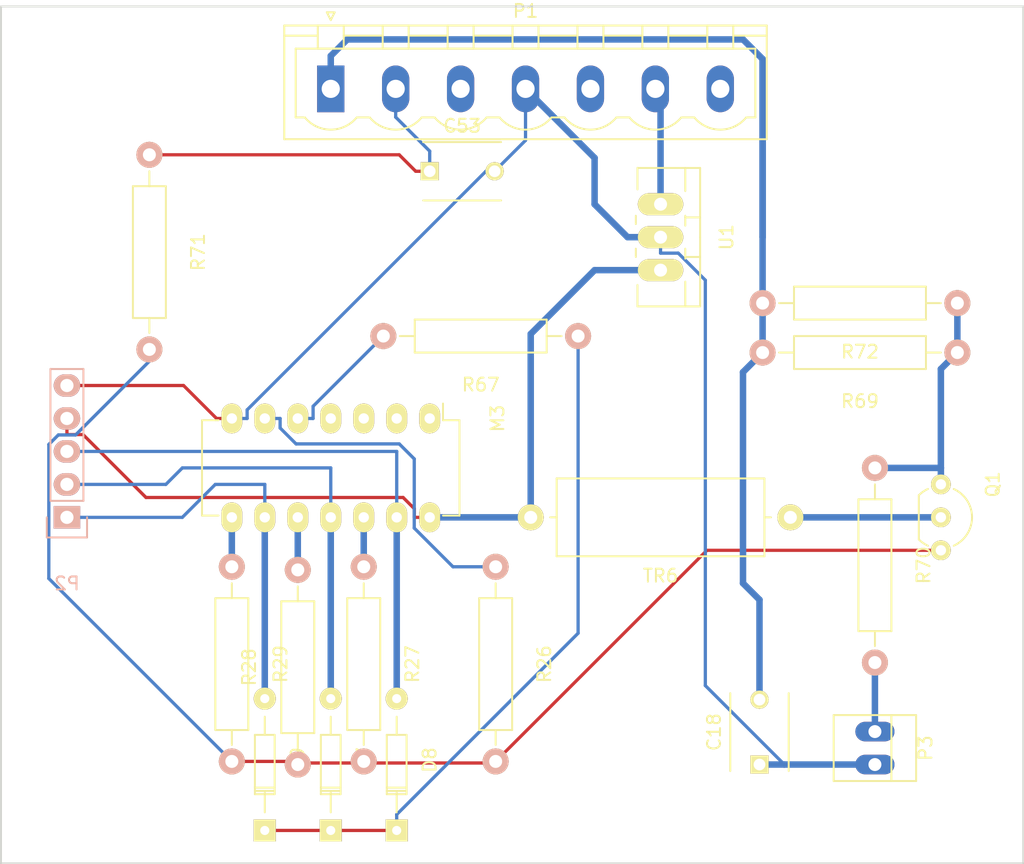
<source format=kicad_pcb>
(kicad_pcb (version 20171130) (host pcbnew "(5.1.12)-1")

  (general
    (thickness 1.6)
    (drawings 4)
    (tracks 112)
    (zones 0)
    (modules 21)
    (nets 22)
  )

  (page USLetter)
  (title_block
    (title "Minitel 1B output board")
  )

  (layers
    (0 F.Cu signal)
    (31 B.Cu signal)
    (32 B.Adhes user)
    (33 F.Adhes user hide)
    (34 B.Paste user)
    (35 F.Paste user)
    (36 B.SilkS user)
    (37 F.SilkS user)
    (38 B.Mask user)
    (39 F.Mask user)
    (40 Dwgs.User user)
    (41 Cmts.User user)
    (42 Eco1.User user)
    (43 Eco2.User user)
    (44 Edge.Cuts user)
    (45 Margin user)
    (46 B.CrtYd user)
    (47 F.CrtYd user)
    (48 B.Fab user)
    (49 F.Fab user)
  )

  (setup
    (last_trace_width 0.25)
    (user_trace_width 0.3)
    (user_trace_width 0.4)
    (user_trace_width 0.5)
    (user_trace_width 1)
    (trace_clearance 0.254)
    (zone_clearance 0.508)
    (zone_45_only no)
    (trace_min 0.2)
    (via_size 0.6)
    (via_drill 0.4)
    (via_min_size 0.4)
    (via_min_drill 0.3)
    (uvia_size 0.3)
    (uvia_drill 0.1)
    (uvias_allowed no)
    (uvia_min_size 0.2)
    (uvia_min_drill 0.1)
    (edge_width 0.15)
    (segment_width 0.2)
    (pcb_text_width 0.3)
    (pcb_text_size 1.5 1.5)
    (mod_edge_width 0.15)
    (mod_text_size 1 1)
    (mod_text_width 0.15)
    (pad_size 1.524 1.524)
    (pad_drill 0.762)
    (pad_to_mask_clearance 0.2)
    (aux_axis_origin 0 0)
    (visible_elements 7FFFFFFF)
    (pcbplotparams
      (layerselection 0x00030_80000001)
      (usegerberextensions false)
      (usegerberattributes true)
      (usegerberadvancedattributes true)
      (creategerberjobfile true)
      (excludeedgelayer true)
      (linewidth 0.100000)
      (plotframeref false)
      (viasonmask false)
      (mode 1)
      (useauxorigin false)
      (hpglpennumber 1)
      (hpglpenspeed 20)
      (hpglpendiameter 15.000000)
      (psnegative false)
      (psa4output false)
      (plotreference true)
      (plotvalue true)
      (plotinvisibletext false)
      (padsonsilk false)
      (subtractmaskfromsilk false)
      (outputformat 1)
      (mirror false)
      (drillshape 1)
      (scaleselection 1)
      (outputdirectory ""))
  )

  (net 0 "")
  (net 1 GND)
  (net 2 "Net-(C18-Pad2)")
  (net 3 "Net-(C53-Pad1)")
  (net 4 CH_GREEN)
  (net 5 "Net-(D7-Pad1)")
  (net 6 CH_RED)
  (net 7 CH_BLUE)
  (net 8 "Net-(M3-Pad5)")
  (net 9 "Net-(M3-Pad6)")
  (net 10 "Net-(M3-Pad8)")
  (net 11 "Net-(M3-Pad10)")
  (net 12 "Net-(M3-Pad12)")
  (net 13 +5V)
  (net 14 "Net-(P1-Pad3)")
  (net 15 "Net-(P1-Pad5)")
  (net 16 VIN)
  (net 17 "Net-(P1-Pad7)")
  (net 18 VIDEO_OUT)
  (net 19 "Net-(Q1-Pad2)")
  (net 20 "Net-(Q1-Pad3)")
  (net 21 "Net-(Q1-Pad1)")

  (net_class Default "This is the default net class."
    (clearance 0.254)
    (trace_width 0.25)
    (via_dia 0.6)
    (via_drill 0.4)
    (uvia_dia 0.3)
    (uvia_drill 0.1)
    (add_net +5V)
    (add_net CH_BLUE)
    (add_net CH_GREEN)
    (add_net CH_RED)
    (add_net GND)
    (add_net "Net-(C18-Pad2)")
    (add_net "Net-(C53-Pad1)")
    (add_net "Net-(D7-Pad1)")
    (add_net "Net-(M3-Pad10)")
    (add_net "Net-(M3-Pad12)")
    (add_net "Net-(M3-Pad5)")
    (add_net "Net-(M3-Pad6)")
    (add_net "Net-(M3-Pad8)")
    (add_net "Net-(P1-Pad3)")
    (add_net "Net-(P1-Pad5)")
    (add_net "Net-(P1-Pad7)")
    (add_net "Net-(Q1-Pad1)")
    (add_net "Net-(Q1-Pad2)")
    (add_net "Net-(Q1-Pad3)")
    (add_net VIDEO_OUT)
    (add_net VIN)
  )

  (module Capacitors_ThroughHole:C_Disc_D6_P5 (layer F.Cu) (tedit 0) (tstamp 58EE53D4)
    (at 102.87 133.35 90)
    (descr "Capacitor 6mm Disc, Pitch 5mm")
    (tags Capacitor)
    (path /58E7F7C0)
    (fp_text reference C18 (at 2.5 -3.5 90) (layer F.SilkS)
      (effects (font (size 1 1) (thickness 0.15)))
    )
    (fp_text value 100nF (at 2.5 3.5 90) (layer F.Fab)
      (effects (font (size 1 1) (thickness 0.15)))
    )
    (fp_line (start 5.5 2.25) (end -0.5 2.25) (layer F.SilkS) (width 0.15))
    (fp_line (start -0.5 -2.25) (end 5.5 -2.25) (layer F.SilkS) (width 0.15))
    (fp_line (start -0.95 2.5) (end -0.95 -2.5) (layer F.CrtYd) (width 0.05))
    (fp_line (start 5.95 2.5) (end -0.95 2.5) (layer F.CrtYd) (width 0.05))
    (fp_line (start 5.95 -2.5) (end 5.95 2.5) (layer F.CrtYd) (width 0.05))
    (fp_line (start -0.95 -2.5) (end 5.95 -2.5) (layer F.CrtYd) (width 0.05))
    (pad 1 thru_hole rect (at 0 0 90) (size 1.4 1.4) (drill 0.9) (layers *.Cu *.Mask F.SilkS)
      (net 1 GND))
    (pad 2 thru_hole circle (at 5 0 90) (size 1.4 1.4) (drill 0.9) (layers *.Cu *.Mask F.SilkS)
      (net 2 "Net-(C18-Pad2)"))
    (model Capacitors_ThroughHole.3dshapes/C_Disc_D6_P5.wrl
      (offset (xyz 2.500000042453766 0 0))
      (scale (xyz 1 1 1))
      (rotate (xyz 0 0 0))
    )
  )

  (module Capacitors_ThroughHole:C_Disc_D6_P5 (layer F.Cu) (tedit 0) (tstamp 58EE53DA)
    (at 77.47 87.63)
    (descr "Capacitor 6mm Disc, Pitch 5mm")
    (tags Capacitor)
    (path /58E7FB11)
    (fp_text reference C53 (at 2.5 -3.5) (layer F.SilkS)
      (effects (font (size 1 1) (thickness 0.15)))
    )
    (fp_text value 10nF (at 2.5 3.5) (layer F.Fab)
      (effects (font (size 1 1) (thickness 0.15)))
    )
    (fp_line (start 5.5 2.25) (end -0.5 2.25) (layer F.SilkS) (width 0.15))
    (fp_line (start -0.5 -2.25) (end 5.5 -2.25) (layer F.SilkS) (width 0.15))
    (fp_line (start -0.95 2.5) (end -0.95 -2.5) (layer F.CrtYd) (width 0.05))
    (fp_line (start 5.95 2.5) (end -0.95 2.5) (layer F.CrtYd) (width 0.05))
    (fp_line (start 5.95 -2.5) (end 5.95 2.5) (layer F.CrtYd) (width 0.05))
    (fp_line (start -0.95 -2.5) (end 5.95 -2.5) (layer F.CrtYd) (width 0.05))
    (pad 1 thru_hole rect (at 0 0) (size 1.4 1.4) (drill 0.9) (layers *.Cu *.Mask F.SilkS)
      (net 3 "Net-(C53-Pad1)"))
    (pad 2 thru_hole circle (at 5 0) (size 1.4 1.4) (drill 0.9) (layers *.Cu *.Mask F.SilkS)
      (net 1 GND))
    (model Capacitors_ThroughHole.3dshapes/C_Disc_D6_P5.wrl
      (offset (xyz 2.500000042453766 0 0))
      (scale (xyz 1 1 1))
      (rotate (xyz 0 0 0))
    )
  )

  (module Diodes_ThroughHole:Diode_DO-35_SOD27_Horizontal_RM10 (layer F.Cu) (tedit 552FFC30) (tstamp 58EE53E0)
    (at 69.85 138.43 90)
    (descr "Diode, DO-35,  SOD27, Horizontal, RM 10mm")
    (tags "Diode, DO-35, SOD27, Horizontal, RM 10mm, 1N4148,")
    (path /58E80CB2)
    (fp_text reference D7 (at 5.43052 2.53746 90) (layer F.SilkS)
      (effects (font (size 1 1) (thickness 0.15)))
    )
    (fp_text value 1N4148 (at 4.41452 -3.55854 90) (layer F.Fab)
      (effects (font (size 1 1) (thickness 0.15)))
    )
    (fp_line (start 2.79452 -0.76454) (end 2.79452 -0.00254) (layer F.SilkS) (width 0.15))
    (fp_line (start 7.36652 -0.76454) (end 2.79452 -0.76454) (layer F.SilkS) (width 0.15))
    (fp_line (start 7.36652 0.75946) (end 7.36652 -0.76454) (layer F.SilkS) (width 0.15))
    (fp_line (start 2.79452 0.75946) (end 7.36652 0.75946) (layer F.SilkS) (width 0.15))
    (fp_line (start 2.79452 -0.00254) (end 2.79452 0.75946) (layer F.SilkS) (width 0.15))
    (fp_line (start 3.04852 -0.76454) (end 3.04852 0.75946) (layer F.SilkS) (width 0.15))
    (fp_line (start 3.30252 -0.76454) (end 3.30252 0.75946) (layer F.SilkS) (width 0.15))
    (fp_line (start 2.92152 -0.00254) (end 1.39752 -0.00254) (layer F.SilkS) (width 0.15))
    (fp_line (start 7.36652 -0.00254) (end 8.76352 -0.00254) (layer F.SilkS) (width 0.15))
    (pad 2 thru_hole circle (at 10.16052 -0.00254 270) (size 1.69926 1.69926) (drill 0.70104) (layers *.Cu *.Mask F.SilkS)
      (net 4 CH_GREEN))
    (pad 1 thru_hole rect (at 0.00052 -0.00254 270) (size 1.69926 1.69926) (drill 0.70104) (layers *.Cu *.Mask F.SilkS)
      (net 5 "Net-(D7-Pad1)"))
    (model Diodes_ThroughHole.3dshapes/Diode_DO-35_SOD27_Horizontal_RM10.wrl
      (offset (xyz 5.079999923706055 0 0))
      (scale (xyz 0.4 0.4 0.4))
      (rotate (xyz 0 0 180))
    )
  )

  (module Diodes_ThroughHole:Diode_DO-35_SOD27_Horizontal_RM10 (layer F.Cu) (tedit 552FFC30) (tstamp 58EE53E6)
    (at 74.93 138.43 90)
    (descr "Diode, DO-35,  SOD27, Horizontal, RM 10mm")
    (tags "Diode, DO-35, SOD27, Horizontal, RM 10mm, 1N4148,")
    (path /58E80CFD)
    (fp_text reference D8 (at 5.43052 2.53746 90) (layer F.SilkS)
      (effects (font (size 1 1) (thickness 0.15)))
    )
    (fp_text value 1N4148 (at 4.41452 -3.55854 90) (layer F.Fab)
      (effects (font (size 1 1) (thickness 0.15)))
    )
    (fp_line (start 2.79452 -0.76454) (end 2.79452 -0.00254) (layer F.SilkS) (width 0.15))
    (fp_line (start 7.36652 -0.76454) (end 2.79452 -0.76454) (layer F.SilkS) (width 0.15))
    (fp_line (start 7.36652 0.75946) (end 7.36652 -0.76454) (layer F.SilkS) (width 0.15))
    (fp_line (start 2.79452 0.75946) (end 7.36652 0.75946) (layer F.SilkS) (width 0.15))
    (fp_line (start 2.79452 -0.00254) (end 2.79452 0.75946) (layer F.SilkS) (width 0.15))
    (fp_line (start 3.04852 -0.76454) (end 3.04852 0.75946) (layer F.SilkS) (width 0.15))
    (fp_line (start 3.30252 -0.76454) (end 3.30252 0.75946) (layer F.SilkS) (width 0.15))
    (fp_line (start 2.92152 -0.00254) (end 1.39752 -0.00254) (layer F.SilkS) (width 0.15))
    (fp_line (start 7.36652 -0.00254) (end 8.76352 -0.00254) (layer F.SilkS) (width 0.15))
    (pad 2 thru_hole circle (at 10.16052 -0.00254 270) (size 1.69926 1.69926) (drill 0.70104) (layers *.Cu *.Mask F.SilkS)
      (net 6 CH_RED))
    (pad 1 thru_hole rect (at 0.00052 -0.00254 270) (size 1.69926 1.69926) (drill 0.70104) (layers *.Cu *.Mask F.SilkS)
      (net 5 "Net-(D7-Pad1)"))
    (model Diodes_ThroughHole.3dshapes/Diode_DO-35_SOD27_Horizontal_RM10.wrl
      (offset (xyz 5.079999923706055 0 0))
      (scale (xyz 0.4 0.4 0.4))
      (rotate (xyz 0 0 180))
    )
  )

  (module Diodes_ThroughHole:Diode_DO-35_SOD27_Horizontal_RM10 (layer F.Cu) (tedit 552FFC30) (tstamp 58EE53EC)
    (at 64.77 138.43 90)
    (descr "Diode, DO-35,  SOD27, Horizontal, RM 10mm")
    (tags "Diode, DO-35, SOD27, Horizontal, RM 10mm, 1N4148,")
    (path /58E80D4E)
    (fp_text reference D9 (at 5.43052 2.53746 90) (layer F.SilkS)
      (effects (font (size 1 1) (thickness 0.15)))
    )
    (fp_text value 1N4148 (at 4.41452 -3.55854 90) (layer F.Fab)
      (effects (font (size 1 1) (thickness 0.15)))
    )
    (fp_line (start 2.79452 -0.76454) (end 2.79452 -0.00254) (layer F.SilkS) (width 0.15))
    (fp_line (start 7.36652 -0.76454) (end 2.79452 -0.76454) (layer F.SilkS) (width 0.15))
    (fp_line (start 7.36652 0.75946) (end 7.36652 -0.76454) (layer F.SilkS) (width 0.15))
    (fp_line (start 2.79452 0.75946) (end 7.36652 0.75946) (layer F.SilkS) (width 0.15))
    (fp_line (start 2.79452 -0.00254) (end 2.79452 0.75946) (layer F.SilkS) (width 0.15))
    (fp_line (start 3.04852 -0.76454) (end 3.04852 0.75946) (layer F.SilkS) (width 0.15))
    (fp_line (start 3.30252 -0.76454) (end 3.30252 0.75946) (layer F.SilkS) (width 0.15))
    (fp_line (start 2.92152 -0.00254) (end 1.39752 -0.00254) (layer F.SilkS) (width 0.15))
    (fp_line (start 7.36652 -0.00254) (end 8.76352 -0.00254) (layer F.SilkS) (width 0.15))
    (pad 2 thru_hole circle (at 10.16052 -0.00254 270) (size 1.69926 1.69926) (drill 0.70104) (layers *.Cu *.Mask F.SilkS)
      (net 7 CH_BLUE))
    (pad 1 thru_hole rect (at 0.00052 -0.00254 270) (size 1.69926 1.69926) (drill 0.70104) (layers *.Cu *.Mask F.SilkS)
      (net 5 "Net-(D7-Pad1)"))
    (model Diodes_ThroughHole.3dshapes/Diode_DO-35_SOD27_Horizontal_RM10.wrl
      (offset (xyz 5.079999923706055 0 0))
      (scale (xyz 0.4 0.4 0.4))
      (rotate (xyz 0 0 180))
    )
  )

  (module Housings_DIP:DIP-14_W7.62mm_LongPads (layer F.Cu) (tedit 54130A77) (tstamp 58EE53FE)
    (at 77.47 106.68 270)
    (descr "14-lead dip package, row spacing 7.62 mm (300 mils), longer pads")
    (tags "dil dip 2.54 300")
    (path /58E80266)
    (fp_text reference M3 (at 0 -5.22 270) (layer F.SilkS)
      (effects (font (size 1 1) (thickness 0.15)))
    )
    (fp_text value 74HC04 (at 0 -3.72 270) (layer F.Fab)
      (effects (font (size 1 1) (thickness 0.15)))
    )
    (fp_line (start 0.135 -1.025) (end -1.15 -1.025) (layer F.SilkS) (width 0.15))
    (fp_line (start 0.135 17.535) (end 7.485 17.535) (layer F.SilkS) (width 0.15))
    (fp_line (start 0.135 -2.295) (end 7.485 -2.295) (layer F.SilkS) (width 0.15))
    (fp_line (start 0.135 17.535) (end 0.135 16.265) (layer F.SilkS) (width 0.15))
    (fp_line (start 7.485 17.535) (end 7.485 16.265) (layer F.SilkS) (width 0.15))
    (fp_line (start 7.485 -2.295) (end 7.485 -1.025) (layer F.SilkS) (width 0.15))
    (fp_line (start 0.135 -2.295) (end 0.135 -1.025) (layer F.SilkS) (width 0.15))
    (fp_line (start -1.4 17.7) (end 9 17.7) (layer F.CrtYd) (width 0.05))
    (fp_line (start -1.4 -2.45) (end 9 -2.45) (layer F.CrtYd) (width 0.05))
    (fp_line (start 9 -2.45) (end 9 17.7) (layer F.CrtYd) (width 0.05))
    (fp_line (start -1.4 -2.45) (end -1.4 17.7) (layer F.CrtYd) (width 0.05))
    (pad 1 thru_hole oval (at 0 0 270) (size 2.3 1.6) (drill 0.8) (layers *.Cu *.Mask F.SilkS))
    (pad 2 thru_hole oval (at 0 2.54 270) (size 2.3 1.6) (drill 0.8) (layers *.Cu *.Mask F.SilkS))
    (pad 3 thru_hole oval (at 0 5.08 270) (size 2.3 1.6) (drill 0.8) (layers *.Cu *.Mask F.SilkS))
    (pad 4 thru_hole oval (at 0 7.62 270) (size 2.3 1.6) (drill 0.8) (layers *.Cu *.Mask F.SilkS))
    (pad 5 thru_hole oval (at 0 10.16 270) (size 2.3 1.6) (drill 0.8) (layers *.Cu *.Mask F.SilkS)
      (net 8 "Net-(M3-Pad5)"))
    (pad 6 thru_hole oval (at 0 12.7 270) (size 2.3 1.6) (drill 0.8) (layers *.Cu *.Mask F.SilkS)
      (net 9 "Net-(M3-Pad6)"))
    (pad 7 thru_hole oval (at 0 15.24 270) (size 2.3 1.6) (drill 0.8) (layers *.Cu *.Mask F.SilkS)
      (net 1 GND))
    (pad 8 thru_hole oval (at 7.62 15.24 270) (size 2.3 1.6) (drill 0.8) (layers *.Cu *.Mask F.SilkS)
      (net 10 "Net-(M3-Pad8)"))
    (pad 9 thru_hole oval (at 7.62 12.7 270) (size 2.3 1.6) (drill 0.8) (layers *.Cu *.Mask F.SilkS)
      (net 7 CH_BLUE))
    (pad 10 thru_hole oval (at 7.62 10.16 270) (size 2.3 1.6) (drill 0.8) (layers *.Cu *.Mask F.SilkS)
      (net 11 "Net-(M3-Pad10)"))
    (pad 11 thru_hole oval (at 7.62 7.62 270) (size 2.3 1.6) (drill 0.8) (layers *.Cu *.Mask F.SilkS)
      (net 4 CH_GREEN))
    (pad 12 thru_hole oval (at 7.62 5.08 270) (size 2.3 1.6) (drill 0.8) (layers *.Cu *.Mask F.SilkS)
      (net 12 "Net-(M3-Pad12)"))
    (pad 13 thru_hole oval (at 7.62 2.54 270) (size 2.3 1.6) (drill 0.8) (layers *.Cu *.Mask F.SilkS)
      (net 6 CH_RED))
    (pad 14 thru_hole oval (at 7.62 0 270) (size 2.3 1.6) (drill 0.8) (layers *.Cu *.Mask F.SilkS)
      (net 13 +5V))
    (model Housings_DIP.3dshapes/DIP-14_W7.62mm_LongPads.wrl
      (at (xyz 0 0 0))
      (scale (xyz 1 1 1))
      (rotate (xyz 0 0 0))
    )
  )

  (module Connectors_Phoenix:PhoenixContact_MSTBVA-G_07x5.00mm_Vertical (layer F.Cu) (tedit 5797DB0D) (tstamp 58EE5409)
    (at 69.85 81.28)
    (descr "Generic Phoenix Contact connector footprint for series: MSTBVA-G; number of pins: 07; pin pitch: 5.00mm; Vertical || order number: 1924240 16A (HC) || order number: 1755561 12A")
    (tags "phoenix_contact connector MSTBVA_01x07_G_5.00mm")
    (path /58E7F12A)
    (fp_text reference P1 (at 15 -6) (layer F.SilkS)
      (effects (font (size 1 1) (thickness 0.15)))
    )
    (fp_text value CONN_01X07 (at 15 5.3) (layer F.Fab)
      (effects (font (size 1 1) (thickness 0.15)))
    )
    (fp_line (start -0.3 -5.9) (end 0 -5.3) (layer F.SilkS) (width 0.15))
    (fp_line (start 0.3 -5.9) (end -0.3 -5.9) (layer F.SilkS) (width 0.15))
    (fp_line (start 0 -5.3) (end 0.3 -5.9) (layer F.SilkS) (width 0.15))
    (fp_line (start 34 -5.3) (end -4 -5.3) (layer F.CrtYd) (width 0.05))
    (fp_line (start 34 4.3) (end 34 -5.3) (layer F.CrtYd) (width 0.05))
    (fp_line (start -4 4.3) (end 34 4.3) (layer F.CrtYd) (width 0.05))
    (fp_line (start -4 -5.3) (end -4 4.3) (layer F.CrtYd) (width 0.05))
    (fp_line (start 32.7 2.2) (end 32 2.2) (layer F.SilkS) (width 0.15))
    (fp_line (start 32.7 -3.1) (end 32.7 2.2) (layer F.SilkS) (width 0.15))
    (fp_line (start -2.7 -3.1) (end 32.7 -3.1) (layer F.SilkS) (width 0.15))
    (fp_line (start -2.7 2.2) (end -2.7 -3.1) (layer F.SilkS) (width 0.15))
    (fp_line (start -2 2.2) (end -2.7 2.2) (layer F.SilkS) (width 0.15))
    (fp_line (start 27 2.2) (end 28 2.2) (layer F.SilkS) (width 0.15))
    (fp_line (start 22 2.2) (end 23 2.2) (layer F.SilkS) (width 0.15))
    (fp_line (start 17 2.2) (end 18 2.2) (layer F.SilkS) (width 0.15))
    (fp_line (start 12 2.2) (end 13 2.2) (layer F.SilkS) (width 0.15))
    (fp_line (start 7 2.2) (end 8 2.2) (layer F.SilkS) (width 0.15))
    (fp_line (start 2 2.2) (end 3 2.2) (layer F.SilkS) (width 0.15))
    (fp_line (start 31 -3.1) (end 29 -3.1) (layer F.SilkS) (width 0.15))
    (fp_line (start 31 -4.88) (end 31 -3.1) (layer F.SilkS) (width 0.15))
    (fp_line (start 29 -4.88) (end 31 -4.88) (layer F.SilkS) (width 0.15))
    (fp_line (start 29 -3.1) (end 29 -4.88) (layer F.SilkS) (width 0.15))
    (fp_line (start 26 -3.1) (end 24 -3.1) (layer F.SilkS) (width 0.15))
    (fp_line (start 26 -4.88) (end 26 -3.1) (layer F.SilkS) (width 0.15))
    (fp_line (start 24 -4.88) (end 26 -4.88) (layer F.SilkS) (width 0.15))
    (fp_line (start 24 -3.1) (end 24 -4.88) (layer F.SilkS) (width 0.15))
    (fp_line (start 21 -3.1) (end 19 -3.1) (layer F.SilkS) (width 0.15))
    (fp_line (start 21 -4.88) (end 21 -3.1) (layer F.SilkS) (width 0.15))
    (fp_line (start 19 -4.88) (end 21 -4.88) (layer F.SilkS) (width 0.15))
    (fp_line (start 19 -3.1) (end 19 -4.88) (layer F.SilkS) (width 0.15))
    (fp_line (start 16 -3.1) (end 14 -3.1) (layer F.SilkS) (width 0.15))
    (fp_line (start 16 -4.88) (end 16 -3.1) (layer F.SilkS) (width 0.15))
    (fp_line (start 14 -4.88) (end 16 -4.88) (layer F.SilkS) (width 0.15))
    (fp_line (start 14 -3.1) (end 14 -4.88) (layer F.SilkS) (width 0.15))
    (fp_line (start 11 -3.1) (end 9 -3.1) (layer F.SilkS) (width 0.15))
    (fp_line (start 11 -4.88) (end 11 -3.1) (layer F.SilkS) (width 0.15))
    (fp_line (start 9 -4.88) (end 11 -4.88) (layer F.SilkS) (width 0.15))
    (fp_line (start 9 -3.1) (end 9 -4.88) (layer F.SilkS) (width 0.15))
    (fp_line (start 6 -3.1) (end 4 -3.1) (layer F.SilkS) (width 0.15))
    (fp_line (start 6 -4.88) (end 6 -3.1) (layer F.SilkS) (width 0.15))
    (fp_line (start 4 -4.88) (end 6 -4.88) (layer F.SilkS) (width 0.15))
    (fp_line (start 4 -3.1) (end 4 -4.88) (layer F.SilkS) (width 0.15))
    (fp_line (start 1 -3.1) (end -1 -3.1) (layer F.SilkS) (width 0.15))
    (fp_line (start 1 -4.88) (end 1 -3.1) (layer F.SilkS) (width 0.15))
    (fp_line (start -1 -4.88) (end 1 -4.88) (layer F.SilkS) (width 0.15))
    (fp_line (start -1 -3.1) (end -1 -4.88) (layer F.SilkS) (width 0.15))
    (fp_line (start 26 -4.1) (end 29 -4.1) (layer F.SilkS) (width 0.15))
    (fp_line (start 21 -4.1) (end 24 -4.1) (layer F.SilkS) (width 0.15))
    (fp_line (start 16 -4.1) (end 19 -4.1) (layer F.SilkS) (width 0.15))
    (fp_line (start 11 -4.1) (end 14 -4.1) (layer F.SilkS) (width 0.15))
    (fp_line (start 6 -4.1) (end 9 -4.1) (layer F.SilkS) (width 0.15))
    (fp_line (start 1 -4.1) (end 4 -4.1) (layer F.SilkS) (width 0.15))
    (fp_line (start 33.58 -4.1) (end 31.08 -4.1) (layer F.SilkS) (width 0.15))
    (fp_line (start -3.58 -4.1) (end -1.08 -4.1) (layer F.SilkS) (width 0.15))
    (fp_line (start 33.58 -4.88) (end -3.58 -4.88) (layer F.SilkS) (width 0.15))
    (fp_line (start 33.58 3.88) (end 33.58 -4.88) (layer F.SilkS) (width 0.15))
    (fp_line (start -3.58 3.88) (end 33.58 3.88) (layer F.SilkS) (width 0.15))
    (fp_line (start -3.58 -4.88) (end -3.58 3.88) (layer F.SilkS) (width 0.15))
    (fp_arc (start 0 0.55) (end -2 2.2) (angle -100.5) (layer F.SilkS) (width 0.15))
    (fp_arc (start 5 0.55) (end 3 2.2) (angle -100.5) (layer F.SilkS) (width 0.15))
    (fp_arc (start 10 0.55) (end 8 2.2) (angle -100.5) (layer F.SilkS) (width 0.15))
    (fp_arc (start 15 0.55) (end 13 2.2) (angle -100.5) (layer F.SilkS) (width 0.15))
    (fp_arc (start 20 0.55) (end 18 2.2) (angle -100.5) (layer F.SilkS) (width 0.15))
    (fp_arc (start 25 0.55) (end 23 2.2) (angle -100.5) (layer F.SilkS) (width 0.15))
    (fp_arc (start 30 0.55) (end 28 2.2) (angle -100.5) (layer F.SilkS) (width 0.15))
    (pad 1 thru_hole rect (at 0 0) (size 2.1 3.6) (drill 1.4) (layers *.Cu *.Mask)
      (net 2 "Net-(C18-Pad2)"))
    (pad 2 thru_hole oval (at 5 0) (size 2.1 3.6) (drill 1.4) (layers *.Cu *.Mask)
      (net 3 "Net-(C53-Pad1)"))
    (pad 3 thru_hole oval (at 10 0) (size 2.1 3.6) (drill 1.4) (layers *.Cu *.Mask)
      (net 14 "Net-(P1-Pad3)"))
    (pad 4 thru_hole oval (at 15 0) (size 2.1 3.6) (drill 1.4) (layers *.Cu *.Mask)
      (net 1 GND))
    (pad 5 thru_hole oval (at 20 0) (size 2.1 3.6) (drill 1.4) (layers *.Cu *.Mask)
      (net 15 "Net-(P1-Pad5)"))
    (pad 6 thru_hole oval (at 25 0) (size 2.1 3.6) (drill 1.4) (layers *.Cu *.Mask)
      (net 16 VIN))
    (pad 7 thru_hole oval (at 30 0) (size 2.1 3.6) (drill 1.4) (layers *.Cu *.Mask)
      (net 17 "Net-(P1-Pad7)"))
    (model Connectors_Phoenix.3dshapes/PhoenixContact_MSTBVA-G_07x5.00mm_Vertical.wrl
      (at (xyz 0 0 0))
      (scale (xyz 1 1 1))
      (rotate (xyz 0 0 0))
    )
  )

  (module Pin_Headers:Pin_Header_Straight_1x05 (layer B.Cu) (tedit 54EA0684) (tstamp 58EE5412)
    (at 49.53 114.3)
    (descr "Through hole pin header")
    (tags "pin header")
    (path /58EE431A)
    (fp_text reference P2 (at 0 5.1) (layer B.SilkS)
      (effects (font (size 1 1) (thickness 0.15)) (justify mirror))
    )
    (fp_text value CONN_01X05 (at 0 3.1) (layer B.Fab)
      (effects (font (size 1 1) (thickness 0.15)) (justify mirror))
    )
    (fp_line (start 1.27 -1.27) (end -1.27 -1.27) (layer B.SilkS) (width 0.15))
    (fp_line (start -1.27 -11.43) (end -1.27 -1.27) (layer B.SilkS) (width 0.15))
    (fp_line (start 1.27 -11.43) (end -1.27 -11.43) (layer B.SilkS) (width 0.15))
    (fp_line (start 1.27 -1.27) (end 1.27 -11.43) (layer B.SilkS) (width 0.15))
    (fp_line (start -1.75 -11.95) (end 1.75 -11.95) (layer B.CrtYd) (width 0.05))
    (fp_line (start -1.75 1.75) (end 1.75 1.75) (layer B.CrtYd) (width 0.05))
    (fp_line (start 1.75 1.75) (end 1.75 -11.95) (layer B.CrtYd) (width 0.05))
    (fp_line (start -1.75 1.75) (end -1.75 -11.95) (layer B.CrtYd) (width 0.05))
    (fp_line (start 1.55 1.55) (end 1.55 0) (layer B.SilkS) (width 0.15))
    (fp_line (start -1.55 1.55) (end 1.55 1.55) (layer B.SilkS) (width 0.15))
    (fp_line (start -1.55 0) (end -1.55 1.55) (layer B.SilkS) (width 0.15))
    (pad 1 thru_hole rect (at 0 0) (size 2.032 1.7272) (drill 1.016) (layers *.Cu *.Mask B.SilkS)
      (net 7 CH_BLUE))
    (pad 2 thru_hole oval (at 0 -2.54) (size 2.032 1.7272) (drill 1.016) (layers *.Cu *.Mask B.SilkS)
      (net 4 CH_GREEN))
    (pad 3 thru_hole oval (at 0 -5.08) (size 2.032 1.7272) (drill 1.016) (layers *.Cu *.Mask B.SilkS)
      (net 6 CH_RED))
    (pad 4 thru_hole oval (at 0 -7.62) (size 2.032 1.7272) (drill 1.016) (layers *.Cu *.Mask B.SilkS)
      (net 13 +5V))
    (pad 5 thru_hole oval (at 0 -10.16) (size 2.032 1.7272) (drill 1.016) (layers *.Cu *.Mask B.SilkS)
      (net 1 GND))
    (model Pin_Headers.3dshapes/Pin_Header_Straight_1x05.wrl
      (offset (xyz 0 -5.079999923706055 0))
      (scale (xyz 1 1 1))
      (rotate (xyz 0 0 90))
    )
  )

  (module Connect:PINHEAD1-2 (layer F.Cu) (tedit 0) (tstamp 58EE5418)
    (at 111.76 132.08 270)
    (path /58EE47BA)
    (attr virtual)
    (fp_text reference P3 (at 0 -3.9 270) (layer F.SilkS)
      (effects (font (size 1 1) (thickness 0.15)))
    )
    (fp_text value BNC (at 0 3.81 270) (layer F.Fab)
      (effects (font (size 1 1) (thickness 0.15)))
    )
    (fp_line (start 2.54 -3.175) (end 2.54 3.175) (layer F.SilkS) (width 0.15))
    (fp_line (start -2.54 -3.175) (end -2.54 3.175) (layer F.SilkS) (width 0.15))
    (fp_line (start -2.54 -3.175) (end 2.54 -3.175) (layer F.SilkS) (width 0.15))
    (fp_line (start 2.54 3.175) (end -2.54 3.175) (layer F.SilkS) (width 0.15))
    (fp_line (start 2.54 -1.27) (end -2.54 -1.27) (layer F.SilkS) (width 0.15))
    (pad 1 thru_hole oval (at -1.27 0 270) (size 1.50622 3.01498) (drill 0.99822) (layers *.Cu *.Mask)
      (net 18 VIDEO_OUT))
    (pad 2 thru_hole oval (at 1.27 0 270) (size 1.50622 3.01498) (drill 0.99822) (layers *.Cu *.Mask)
      (net 1 GND))
  )

  (module TO_SOT_Packages_THT:TO-92_Inline_Wide (layer F.Cu) (tedit 54F242B4) (tstamp 58EE541F)
    (at 116.84 111.76 270)
    (descr "TO-92 leads in-line, wide, drill 0.8mm (see NXP sot054_po.pdf)")
    (tags "to-92 sc-43 sc-43a sot54 PA33 transistor")
    (path /58EB8E62)
    (fp_text reference Q1 (at 0 -4 90) (layer F.SilkS)
      (effects (font (size 1 1) (thickness 0.15)))
    )
    (fp_text value C5468 (at 0 3 270) (layer F.Fab)
      (effects (font (size 1 1) (thickness 0.15)))
    )
    (fp_line (start 6.1 1.95) (end 6.1 -2.65) (layer F.CrtYd) (width 0.05))
    (fp_line (start -1 -2.65) (end 6.1 -2.65) (layer F.CrtYd) (width 0.05))
    (fp_line (start 0.84 1.7) (end 4.24 1.7) (layer F.SilkS) (width 0.15))
    (fp_line (start -1 1.95) (end 6.1 1.95) (layer F.CrtYd) (width 0.05))
    (fp_line (start -1 1.95) (end -1 -2.65) (layer F.CrtYd) (width 0.05))
    (fp_arc (start 2.54 0) (end 0.84 1.7) (angle 20.5) (layer F.SilkS) (width 0.15))
    (fp_arc (start 2.54 0) (end 4.24 1.7) (angle -20.5) (layer F.SilkS) (width 0.15))
    (fp_arc (start 2.54 0) (end 2.54 -2.4) (angle -65.55604127) (layer F.SilkS) (width 0.15))
    (fp_arc (start 2.54 0) (end 2.54 -2.4) (angle 65.55604127) (layer F.SilkS) (width 0.15))
    (pad 2 thru_hole circle (at 2.54 0) (size 1.524 1.524) (drill 0.8) (layers *.Cu *.Mask F.SilkS)
      (net 19 "Net-(Q1-Pad2)"))
    (pad 3 thru_hole circle (at 5.08 0) (size 1.524 1.524) (drill 0.8) (layers *.Cu *.Mask F.SilkS)
      (net 20 "Net-(Q1-Pad3)"))
    (pad 1 thru_hole circle (at 0 0) (size 1.524 1.524) (drill 0.8) (layers *.Cu *.Mask F.SilkS)
      (net 21 "Net-(Q1-Pad1)"))
    (model TO_SOT_Packages_THT.3dshapes/TO-92_Inline_Wide.wrl
      (offset (xyz 2.539999961853027 0 0))
      (scale (xyz 1 1 1))
      (rotate (xyz 0 0 -90))
    )
  )

  (module Resistors_ThroughHole:Resistor_Horizontal_RM15mm (layer F.Cu) (tedit 569FCEE8) (tstamp 58EE5425)
    (at 82.55 118.11 270)
    (descr "Resistor, Axial, RM 15mm,")
    (tags "Resistor Axial RM 15mm")
    (path /58E80011)
    (fp_text reference R26 (at 7.5 -3.74904 270) (layer F.SilkS)
      (effects (font (size 1 1) (thickness 0.15)))
    )
    (fp_text value 620 (at 7.5 4.0005 270) (layer F.Fab)
      (effects (font (size 1 1) (thickness 0.15)))
    )
    (fp_line (start 1.27 0) (end 2.42 0) (layer F.SilkS) (width 0.15))
    (fp_line (start 13.73 0) (end 12.58 0) (layer F.SilkS) (width 0.15))
    (fp_line (start 12.58 -1.27) (end 2.42 -1.27) (layer F.SilkS) (width 0.15))
    (fp_line (start 12.58 1.27) (end 12.58 -1.27) (layer F.SilkS) (width 0.15))
    (fp_line (start 2.42 1.27) (end 12.58 1.27) (layer F.SilkS) (width 0.15))
    (fp_line (start 2.42 -1.27) (end 2.42 1.27) (layer F.SilkS) (width 0.15))
    (fp_line (start 16.25 1.5) (end -1.25 1.5) (layer F.CrtYd) (width 0.05))
    (fp_line (start 16.25 -1.5) (end 16.25 1.5) (layer F.CrtYd) (width 0.05))
    (fp_line (start -1.25 -1.5) (end 16.25 -1.5) (layer F.CrtYd) (width 0.05))
    (fp_line (start -1.25 1.5) (end -1.25 -1.5) (layer F.CrtYd) (width 0.05))
    (pad 1 thru_hole circle (at 0 0 270) (size 1.99898 1.99898) (drill 1.00076) (layers *.Cu *.SilkS *.Mask)
      (net 9 "Net-(M3-Pad6)"))
    (pad 2 thru_hole circle (at 15 0 270) (size 1.99898 1.99898) (drill 1.00076) (layers *.Cu *.SilkS *.Mask)
      (net 20 "Net-(Q1-Pad3)"))
    (model Resistors_ThroughHole.3dshapes/Resistor_Horizontal_RM15mm.wrl
      (offset (xyz 7.49299988746643 0 0))
      (scale (xyz 0.395 0.4 0.4))
      (rotate (xyz 0 0 0))
    )
  )

  (module Resistors_ThroughHole:Resistor_Horizontal_RM15mm (layer F.Cu) (tedit 569FCEE8) (tstamp 58EE542B)
    (at 72.39 118.11 270)
    (descr "Resistor, Axial, RM 15mm,")
    (tags "Resistor Axial RM 15mm")
    (path /58E7FEAA)
    (fp_text reference R27 (at 7.5 -3.74904 270) (layer F.SilkS)
      (effects (font (size 1 1) (thickness 0.15)))
    )
    (fp_text value 1.8K (at 7.5 4.0005 270) (layer F.Fab)
      (effects (font (size 1 1) (thickness 0.15)))
    )
    (fp_line (start 1.27 0) (end 2.42 0) (layer F.SilkS) (width 0.15))
    (fp_line (start 13.73 0) (end 12.58 0) (layer F.SilkS) (width 0.15))
    (fp_line (start 12.58 -1.27) (end 2.42 -1.27) (layer F.SilkS) (width 0.15))
    (fp_line (start 12.58 1.27) (end 12.58 -1.27) (layer F.SilkS) (width 0.15))
    (fp_line (start 2.42 1.27) (end 12.58 1.27) (layer F.SilkS) (width 0.15))
    (fp_line (start 2.42 -1.27) (end 2.42 1.27) (layer F.SilkS) (width 0.15))
    (fp_line (start 16.25 1.5) (end -1.25 1.5) (layer F.CrtYd) (width 0.05))
    (fp_line (start 16.25 -1.5) (end 16.25 1.5) (layer F.CrtYd) (width 0.05))
    (fp_line (start -1.25 -1.5) (end 16.25 -1.5) (layer F.CrtYd) (width 0.05))
    (fp_line (start -1.25 1.5) (end -1.25 -1.5) (layer F.CrtYd) (width 0.05))
    (pad 1 thru_hole circle (at 0 0 270) (size 1.99898 1.99898) (drill 1.00076) (layers *.Cu *.SilkS *.Mask)
      (net 12 "Net-(M3-Pad12)"))
    (pad 2 thru_hole circle (at 15 0 270) (size 1.99898 1.99898) (drill 1.00076) (layers *.Cu *.SilkS *.Mask)
      (net 20 "Net-(Q1-Pad3)"))
    (model Resistors_ThroughHole.3dshapes/Resistor_Horizontal_RM15mm.wrl
      (offset (xyz 7.49299988746643 0 0))
      (scale (xyz 0.395 0.4 0.4))
      (rotate (xyz 0 0 0))
    )
  )

  (module Resistors_ThroughHole:Resistor_Horizontal_RM15mm (layer F.Cu) (tedit 569FCEE8) (tstamp 58EE5431)
    (at 67.31 133.35 90)
    (descr "Resistor, Axial, RM 15mm,")
    (tags "Resistor Axial RM 15mm")
    (path /58E7FF59)
    (fp_text reference R28 (at 7.5 -3.74904 90) (layer F.SilkS)
      (effects (font (size 1 1) (thickness 0.15)))
    )
    (fp_text value 460 (at 7.5 4.0005 90) (layer F.Fab)
      (effects (font (size 1 1) (thickness 0.15)))
    )
    (fp_line (start 1.27 0) (end 2.42 0) (layer F.SilkS) (width 0.15))
    (fp_line (start 13.73 0) (end 12.58 0) (layer F.SilkS) (width 0.15))
    (fp_line (start 12.58 -1.27) (end 2.42 -1.27) (layer F.SilkS) (width 0.15))
    (fp_line (start 12.58 1.27) (end 12.58 -1.27) (layer F.SilkS) (width 0.15))
    (fp_line (start 2.42 1.27) (end 12.58 1.27) (layer F.SilkS) (width 0.15))
    (fp_line (start 2.42 -1.27) (end 2.42 1.27) (layer F.SilkS) (width 0.15))
    (fp_line (start 16.25 1.5) (end -1.25 1.5) (layer F.CrtYd) (width 0.05))
    (fp_line (start 16.25 -1.5) (end 16.25 1.5) (layer F.CrtYd) (width 0.05))
    (fp_line (start -1.25 -1.5) (end 16.25 -1.5) (layer F.CrtYd) (width 0.05))
    (fp_line (start -1.25 1.5) (end -1.25 -1.5) (layer F.CrtYd) (width 0.05))
    (pad 1 thru_hole circle (at 0 0 90) (size 1.99898 1.99898) (drill 1.00076) (layers *.Cu *.SilkS *.Mask)
      (net 20 "Net-(Q1-Pad3)"))
    (pad 2 thru_hole circle (at 15 0 90) (size 1.99898 1.99898) (drill 1.00076) (layers *.Cu *.SilkS *.Mask)
      (net 11 "Net-(M3-Pad10)"))
    (model Resistors_ThroughHole.3dshapes/Resistor_Horizontal_RM15mm.wrl
      (offset (xyz 7.49299988746643 0 0))
      (scale (xyz 0.395 0.4 0.4))
      (rotate (xyz 0 0 0))
    )
  )

  (module Resistors_ThroughHole:Resistor_Horizontal_RM15mm (layer F.Cu) (tedit 569FCEE8) (tstamp 58EE5437)
    (at 62.23 118.11 270)
    (descr "Resistor, Axial, RM 15mm,")
    (tags "Resistor Axial RM 15mm")
    (path /58E7FFD8)
    (fp_text reference R29 (at 7.5 -3.74904 270) (layer F.SilkS)
      (effects (font (size 1 1) (thickness 0.15)))
    )
    (fp_text value 1K (at 7.5 4.0005 270) (layer F.Fab)
      (effects (font (size 1 1) (thickness 0.15)))
    )
    (fp_line (start 1.27 0) (end 2.42 0) (layer F.SilkS) (width 0.15))
    (fp_line (start 13.73 0) (end 12.58 0) (layer F.SilkS) (width 0.15))
    (fp_line (start 12.58 -1.27) (end 2.42 -1.27) (layer F.SilkS) (width 0.15))
    (fp_line (start 12.58 1.27) (end 12.58 -1.27) (layer F.SilkS) (width 0.15))
    (fp_line (start 2.42 1.27) (end 12.58 1.27) (layer F.SilkS) (width 0.15))
    (fp_line (start 2.42 -1.27) (end 2.42 1.27) (layer F.SilkS) (width 0.15))
    (fp_line (start 16.25 1.5) (end -1.25 1.5) (layer F.CrtYd) (width 0.05))
    (fp_line (start 16.25 -1.5) (end 16.25 1.5) (layer F.CrtYd) (width 0.05))
    (fp_line (start -1.25 -1.5) (end 16.25 -1.5) (layer F.CrtYd) (width 0.05))
    (fp_line (start -1.25 1.5) (end -1.25 -1.5) (layer F.CrtYd) (width 0.05))
    (pad 1 thru_hole circle (at 0 0 270) (size 1.99898 1.99898) (drill 1.00076) (layers *.Cu *.SilkS *.Mask)
      (net 10 "Net-(M3-Pad8)"))
    (pad 2 thru_hole circle (at 15 0 270) (size 1.99898 1.99898) (drill 1.00076) (layers *.Cu *.SilkS *.Mask)
      (net 20 "Net-(Q1-Pad3)"))
    (model Resistors_ThroughHole.3dshapes/Resistor_Horizontal_RM15mm.wrl
      (offset (xyz 7.49299988746643 0 0))
      (scale (xyz 0.395 0.4 0.4))
      (rotate (xyz 0 0 0))
    )
  )

  (module Resistors_ThroughHole:Resistor_Horizontal_RM15mm (layer F.Cu) (tedit 569FCEE8) (tstamp 58EE543D)
    (at 88.9 100.33 180)
    (descr "Resistor, Axial, RM 15mm,")
    (tags "Resistor Axial RM 15mm")
    (path /58E80B58)
    (fp_text reference R67 (at 7.5 -3.74904 180) (layer F.SilkS)
      (effects (font (size 1 1) (thickness 0.15)))
    )
    (fp_text value 670 (at 7.5 4.0005 180) (layer F.Fab)
      (effects (font (size 1 1) (thickness 0.15)))
    )
    (fp_line (start 1.27 0) (end 2.42 0) (layer F.SilkS) (width 0.15))
    (fp_line (start 13.73 0) (end 12.58 0) (layer F.SilkS) (width 0.15))
    (fp_line (start 12.58 -1.27) (end 2.42 -1.27) (layer F.SilkS) (width 0.15))
    (fp_line (start 12.58 1.27) (end 12.58 -1.27) (layer F.SilkS) (width 0.15))
    (fp_line (start 2.42 1.27) (end 12.58 1.27) (layer F.SilkS) (width 0.15))
    (fp_line (start 2.42 -1.27) (end 2.42 1.27) (layer F.SilkS) (width 0.15))
    (fp_line (start 16.25 1.5) (end -1.25 1.5) (layer F.CrtYd) (width 0.05))
    (fp_line (start 16.25 -1.5) (end 16.25 1.5) (layer F.CrtYd) (width 0.05))
    (fp_line (start -1.25 -1.5) (end 16.25 -1.5) (layer F.CrtYd) (width 0.05))
    (fp_line (start -1.25 1.5) (end -1.25 -1.5) (layer F.CrtYd) (width 0.05))
    (pad 1 thru_hole circle (at 0 0 180) (size 1.99898 1.99898) (drill 1.00076) (layers *.Cu *.SilkS *.Mask)
      (net 5 "Net-(D7-Pad1)"))
    (pad 2 thru_hole circle (at 15 0 180) (size 1.99898 1.99898) (drill 1.00076) (layers *.Cu *.SilkS *.Mask)
      (net 8 "Net-(M3-Pad5)"))
    (model Resistors_ThroughHole.3dshapes/Resistor_Horizontal_RM15mm.wrl
      (offset (xyz 7.49299988746643 0 0))
      (scale (xyz 0.395 0.4 0.4))
      (rotate (xyz 0 0 0))
    )
  )

  (module Resistors_ThroughHole:Resistor_Horizontal_RM15mm (layer F.Cu) (tedit 569FCEE8) (tstamp 58EE5443)
    (at 118.11 101.6 180)
    (descr "Resistor, Axial, RM 15mm,")
    (tags "Resistor Axial RM 15mm")
    (path /58E7F401)
    (fp_text reference R69 (at 7.5 -3.74904 180) (layer F.SilkS)
      (effects (font (size 1 1) (thickness 0.15)))
    )
    (fp_text value 2.4K (at 7.5 4.0005 180) (layer F.Fab)
      (effects (font (size 1 1) (thickness 0.15)))
    )
    (fp_line (start 1.27 0) (end 2.42 0) (layer F.SilkS) (width 0.15))
    (fp_line (start 13.73 0) (end 12.58 0) (layer F.SilkS) (width 0.15))
    (fp_line (start 12.58 -1.27) (end 2.42 -1.27) (layer F.SilkS) (width 0.15))
    (fp_line (start 12.58 1.27) (end 12.58 -1.27) (layer F.SilkS) (width 0.15))
    (fp_line (start 2.42 1.27) (end 12.58 1.27) (layer F.SilkS) (width 0.15))
    (fp_line (start 2.42 -1.27) (end 2.42 1.27) (layer F.SilkS) (width 0.15))
    (fp_line (start 16.25 1.5) (end -1.25 1.5) (layer F.CrtYd) (width 0.05))
    (fp_line (start 16.25 -1.5) (end 16.25 1.5) (layer F.CrtYd) (width 0.05))
    (fp_line (start -1.25 -1.5) (end 16.25 -1.5) (layer F.CrtYd) (width 0.05))
    (fp_line (start -1.25 1.5) (end -1.25 -1.5) (layer F.CrtYd) (width 0.05))
    (pad 1 thru_hole circle (at 0 0 180) (size 1.99898 1.99898) (drill 1.00076) (layers *.Cu *.SilkS *.Mask)
      (net 21 "Net-(Q1-Pad1)"))
    (pad 2 thru_hole circle (at 15 0 180) (size 1.99898 1.99898) (drill 1.00076) (layers *.Cu *.SilkS *.Mask)
      (net 2 "Net-(C18-Pad2)"))
    (model Resistors_ThroughHole.3dshapes/Resistor_Horizontal_RM15mm.wrl
      (offset (xyz 7.49299988746643 0 0))
      (scale (xyz 0.395 0.4 0.4))
      (rotate (xyz 0 0 0))
    )
  )

  (module Resistors_ThroughHole:Resistor_Horizontal_RM15mm (layer F.Cu) (tedit 569FCEE8) (tstamp 58EE5449)
    (at 111.76 110.49 270)
    (descr "Resistor, Axial, RM 15mm,")
    (tags "Resistor Axial RM 15mm")
    (path /58E7F2AE)
    (fp_text reference R70 (at 7.5 -3.74904 270) (layer F.SilkS)
      (effects (font (size 1 1) (thickness 0.15)))
    )
    (fp_text value 100 (at 7.5 4.0005 270) (layer F.Fab)
      (effects (font (size 1 1) (thickness 0.15)))
    )
    (fp_line (start 1.27 0) (end 2.42 0) (layer F.SilkS) (width 0.15))
    (fp_line (start 13.73 0) (end 12.58 0) (layer F.SilkS) (width 0.15))
    (fp_line (start 12.58 -1.27) (end 2.42 -1.27) (layer F.SilkS) (width 0.15))
    (fp_line (start 12.58 1.27) (end 12.58 -1.27) (layer F.SilkS) (width 0.15))
    (fp_line (start 2.42 1.27) (end 12.58 1.27) (layer F.SilkS) (width 0.15))
    (fp_line (start 2.42 -1.27) (end 2.42 1.27) (layer F.SilkS) (width 0.15))
    (fp_line (start 16.25 1.5) (end -1.25 1.5) (layer F.CrtYd) (width 0.05))
    (fp_line (start 16.25 -1.5) (end 16.25 1.5) (layer F.CrtYd) (width 0.05))
    (fp_line (start -1.25 -1.5) (end 16.25 -1.5) (layer F.CrtYd) (width 0.05))
    (fp_line (start -1.25 1.5) (end -1.25 -1.5) (layer F.CrtYd) (width 0.05))
    (pad 1 thru_hole circle (at 0 0 270) (size 1.99898 1.99898) (drill 1.00076) (layers *.Cu *.SilkS *.Mask)
      (net 21 "Net-(Q1-Pad1)"))
    (pad 2 thru_hole circle (at 15 0 270) (size 1.99898 1.99898) (drill 1.00076) (layers *.Cu *.SilkS *.Mask)
      (net 18 VIDEO_OUT))
    (model Resistors_ThroughHole.3dshapes/Resistor_Horizontal_RM15mm.wrl
      (offset (xyz 7.49299988746643 0 0))
      (scale (xyz 0.395 0.4 0.4))
      (rotate (xyz 0 0 0))
    )
  )

  (module Resistors_ThroughHole:Resistor_Horizontal_RM15mm (layer F.Cu) (tedit 569FCEE8) (tstamp 58EE544F)
    (at 55.88 86.36 270)
    (descr "Resistor, Axial, RM 15mm,")
    (tags "Resistor Axial RM 15mm")
    (path /58E7FD20)
    (fp_text reference R71 (at 7.5 -3.74904 270) (layer F.SilkS)
      (effects (font (size 1 1) (thickness 0.15)))
    )
    (fp_text value 1.2K (at 7.5 4.0005 270) (layer F.Fab)
      (effects (font (size 1 1) (thickness 0.15)))
    )
    (fp_line (start 1.27 0) (end 2.42 0) (layer F.SilkS) (width 0.15))
    (fp_line (start 13.73 0) (end 12.58 0) (layer F.SilkS) (width 0.15))
    (fp_line (start 12.58 -1.27) (end 2.42 -1.27) (layer F.SilkS) (width 0.15))
    (fp_line (start 12.58 1.27) (end 12.58 -1.27) (layer F.SilkS) (width 0.15))
    (fp_line (start 2.42 1.27) (end 12.58 1.27) (layer F.SilkS) (width 0.15))
    (fp_line (start 2.42 -1.27) (end 2.42 1.27) (layer F.SilkS) (width 0.15))
    (fp_line (start 16.25 1.5) (end -1.25 1.5) (layer F.CrtYd) (width 0.05))
    (fp_line (start 16.25 -1.5) (end 16.25 1.5) (layer F.CrtYd) (width 0.05))
    (fp_line (start -1.25 -1.5) (end 16.25 -1.5) (layer F.CrtYd) (width 0.05))
    (fp_line (start -1.25 1.5) (end -1.25 -1.5) (layer F.CrtYd) (width 0.05))
    (pad 1 thru_hole circle (at 0 0 270) (size 1.99898 1.99898) (drill 1.00076) (layers *.Cu *.SilkS *.Mask)
      (net 3 "Net-(C53-Pad1)"))
    (pad 2 thru_hole circle (at 15 0 270) (size 1.99898 1.99898) (drill 1.00076) (layers *.Cu *.SilkS *.Mask)
      (net 20 "Net-(Q1-Pad3)"))
    (model Resistors_ThroughHole.3dshapes/Resistor_Horizontal_RM15mm.wrl
      (offset (xyz 7.49299988746643 0 0))
      (scale (xyz 0.395 0.4 0.4))
      (rotate (xyz 0 0 0))
    )
  )

  (module Resistors_ThroughHole:Resistor_Horizontal_RM15mm (layer F.Cu) (tedit 569FCEE8) (tstamp 58EE5455)
    (at 118.11 97.79 180)
    (descr "Resistor, Axial, RM 15mm,")
    (tags "Resistor Axial RM 15mm")
    (path /58E7F520)
    (fp_text reference R72 (at 7.5 -3.74904 180) (layer F.SilkS)
      (effects (font (size 1 1) (thickness 0.15)))
    )
    (fp_text value 2.4K (at 7.5 4.0005 180) (layer F.Fab)
      (effects (font (size 1 1) (thickness 0.15)))
    )
    (fp_line (start 1.27 0) (end 2.42 0) (layer F.SilkS) (width 0.15))
    (fp_line (start 13.73 0) (end 12.58 0) (layer F.SilkS) (width 0.15))
    (fp_line (start 12.58 -1.27) (end 2.42 -1.27) (layer F.SilkS) (width 0.15))
    (fp_line (start 12.58 1.27) (end 12.58 -1.27) (layer F.SilkS) (width 0.15))
    (fp_line (start 2.42 1.27) (end 12.58 1.27) (layer F.SilkS) (width 0.15))
    (fp_line (start 2.42 -1.27) (end 2.42 1.27) (layer F.SilkS) (width 0.15))
    (fp_line (start 16.25 1.5) (end -1.25 1.5) (layer F.CrtYd) (width 0.05))
    (fp_line (start 16.25 -1.5) (end 16.25 1.5) (layer F.CrtYd) (width 0.05))
    (fp_line (start -1.25 -1.5) (end 16.25 -1.5) (layer F.CrtYd) (width 0.05))
    (fp_line (start -1.25 1.5) (end -1.25 -1.5) (layer F.CrtYd) (width 0.05))
    (pad 1 thru_hole circle (at 0 0 180) (size 1.99898 1.99898) (drill 1.00076) (layers *.Cu *.SilkS *.Mask)
      (net 21 "Net-(Q1-Pad1)"))
    (pad 2 thru_hole circle (at 15 0 180) (size 1.99898 1.99898) (drill 1.00076) (layers *.Cu *.SilkS *.Mask)
      (net 2 "Net-(C18-Pad2)"))
    (model Resistors_ThroughHole.3dshapes/Resistor_Horizontal_RM15mm.wrl
      (offset (xyz 7.49299988746643 0 0))
      (scale (xyz 0.395 0.4 0.4))
      (rotate (xyz 0 0 0))
    )
  )

  (module Choke_Axial_ThroughHole:Choke_Horizontal_RM20mm (layer F.Cu) (tedit 542A89E6) (tstamp 58EE545B)
    (at 95.25 114.3 180)
    (descr "Choke, Axial, 20mm,")
    (tags "Choke, Axial, 20mm,")
    (path /58E81614)
    (fp_text reference TR6 (at 0 -4.50088 180) (layer F.SilkS)
      (effects (font (size 1 1) (thickness 0.15)))
    )
    (fp_text value 20uH (at 0 5.00126 180) (layer F.Fab)
      (effects (font (size 1 1) (thickness 0.15)))
    )
    (fp_line (start 8.001 -2.99974) (end -8.001 -2.99974) (layer F.SilkS) (width 0.15))
    (fp_line (start 8.001 2.99974) (end 8.001 -2.99974) (layer F.SilkS) (width 0.15))
    (fp_line (start -8.001 2.99974) (end 8.001 2.99974) (layer F.SilkS) (width 0.15))
    (fp_line (start -8.001 -2.99974) (end -8.001 2.99974) (layer F.SilkS) (width 0.15))
    (fp_line (start -8.001 0) (end -8.49884 0) (layer F.SilkS) (width 0.15))
    (fp_line (start 8.001 0) (end 8.49884 0) (layer F.SilkS) (width 0.15))
    (pad 1 thru_hole circle (at -9.99998 0 180) (size 1.99898 1.99898) (drill 1.00076) (layers *.Cu *.Mask F.SilkS)
      (net 19 "Net-(Q1-Pad2)"))
    (pad 2 thru_hole circle (at 9.99998 0 180) (size 1.99898 1.99898) (drill 1.00076) (layers *.Cu *.Mask F.SilkS)
      (net 13 +5V))
  )

  (module TO_SOT_Packages_THT:TO-220_Neutral123_Vertical_LargePads (layer F.Cu) (tedit 0) (tstamp 58EE5462)
    (at 95.25 92.71 270)
    (descr "TO-220, Neutral, Vertical, Large Pads,")
    (tags "TO-220, Neutral, Vertical, Large Pads,")
    (path /58EE3DCF)
    (fp_text reference U1 (at 0 -5.08 270) (layer F.SilkS)
      (effects (font (size 1 1) (thickness 0.15)))
    )
    (fp_text value 7805 (at 0 3.81 270) (layer F.Fab)
      (effects (font (size 1 1) (thickness 0.15)))
    )
    (fp_line (start 0 -3.048) (end 5.334 -3.048) (layer F.SilkS) (width 0.15))
    (fp_line (start 0 -3.048) (end -5.334 -3.048) (layer F.SilkS) (width 0.15))
    (fp_line (start -5.334 -1.905) (end -5.334 -3.048) (layer F.SilkS) (width 0.15))
    (fp_line (start 5.334 -3.048) (end 5.334 -1.905) (layer F.SilkS) (width 0.15))
    (fp_line (start -5.334 1.778) (end -5.334 -1.905) (layer F.SilkS) (width 0.15))
    (fp_line (start 5.334 -1.905) (end 5.334 1.778) (layer F.SilkS) (width 0.15))
    (fp_line (start 1.524 -3.048) (end 1.524 -1.905) (layer F.SilkS) (width 0.15))
    (fp_line (start -1.524 -3.048) (end -1.524 -1.905) (layer F.SilkS) (width 0.15))
    (fp_line (start 5.334 1.778) (end 3.683 1.778) (layer F.SilkS) (width 0.15))
    (fp_line (start 1.524 1.905) (end 0.889 1.905) (layer F.SilkS) (width 0.15))
    (fp_line (start -1.016 1.905) (end -1.651 1.905) (layer F.SilkS) (width 0.15))
    (fp_line (start -5.334 1.778) (end -3.683 1.778) (layer F.SilkS) (width 0.15))
    (fp_line (start -5.334 -1.905) (end -3.556 -1.905) (layer F.SilkS) (width 0.15))
    (fp_line (start -1.524 -1.905) (end -0.889 -1.905) (layer F.SilkS) (width 0.15))
    (fp_line (start -1.524 -1.905) (end -1.651 -1.905) (layer F.SilkS) (width 0.15))
    (fp_line (start 0.889 -1.905) (end 1.651 -1.905) (layer F.SilkS) (width 0.15))
    (fp_line (start 5.334 -1.905) (end 3.429 -1.905) (layer F.SilkS) (width 0.15))
    (pad 2 thru_hole oval (at 0 0) (size 3.50012 1.69926) (drill 1.00076) (layers *.Cu *.Mask F.SilkS)
      (net 1 GND))
    (pad 1 thru_hole oval (at -2.54 0) (size 3.50012 1.69926) (drill 1.00076) (layers *.Cu *.Mask F.SilkS)
      (net 16 VIN))
    (pad 3 thru_hole oval (at 2.54 0) (size 3.50012 1.69926) (drill 1.00076) (layers *.Cu *.Mask F.SilkS)
      (net 13 +5V))
    (model TO_SOT_Packages_THT.3dshapes/TO-220_Neutral123_Vertical_LargePads.wrl
      (at (xyz 0 0 0))
      (scale (xyz 0.3937 0.3937 0.3937))
      (rotate (xyz 0 0 0))
    )
  )

  (gr_line (start 123.19 74.93) (end 44.45 74.93) (angle 90) (layer Edge.Cuts) (width 0.15))
  (gr_line (start 123.19 140.97) (end 123.19 74.93) (angle 90) (layer Edge.Cuts) (width 0.15))
  (gr_line (start 44.45 140.97) (end 123.19 140.97) (angle 90) (layer Edge.Cuts) (width 0.15))
  (gr_line (start 44.45 74.93) (end 44.45 140.97) (angle 90) (layer Edge.Cuts) (width 0.15))

  (segment (start 62.23 106.68) (end 63.4091 106.68) (width 0.25) (layer B.Cu) (net 1))
  (segment (start 63.4091 106.68) (end 63.4091 106.0168) (width 0.25) (layer B.Cu) (net 1))
  (segment (start 63.4091 106.0168) (end 81.7959 87.63) (width 0.25) (layer B.Cu) (net 1))
  (segment (start 81.7959 87.63) (end 82.47 87.63) (width 0.25) (layer B.Cu) (net 1))
  (segment (start 62.23 106.68) (end 61.0509 106.68) (width 0.25) (layer F.Cu) (net 1))
  (segment (start 49.53 104.14) (end 58.5109 104.14) (width 0.25) (layer F.Cu) (net 1))
  (segment (start 58.5109 104.14) (end 61.0509 106.68) (width 0.25) (layer F.Cu) (net 1))
  (segment (start 95.25 92.71) (end 95.25 93.9387) (width 0.25) (layer B.Cu) (net 1))
  (segment (start 104.7853 133.35) (end 98.6985 127.2632) (width 0.25) (layer B.Cu) (net 1))
  (segment (start 98.6985 127.2632) (end 98.6985 96.0248) (width 0.25) (layer B.Cu) (net 1))
  (segment (start 98.6985 96.0248) (end 96.6124 93.9387) (width 0.25) (layer B.Cu) (net 1))
  (segment (start 96.6124 93.9387) (end 95.25 93.9387) (width 0.25) (layer B.Cu) (net 1))
  (segment (start 104.7853 133.35) (end 102.87 133.35) (width 0.5) (layer B.Cu) (net 1))
  (segment (start 111.76 133.35) (end 104.7853 133.35) (width 0.5) (layer B.Cu) (net 1))
  (segment (start 84.85 81.28) (end 84.85 85.25) (width 0.25) (layer B.Cu) (net 1))
  (segment (start 84.85 85.25) (end 82.47 87.63) (width 0.25) (layer B.Cu) (net 1))
  (segment (start 95.25 92.71) (end 92.71 92.71) (width 0.5) (layer B.Cu) (net 1))
  (segment (start 92.71 92.71) (end 90.17 90.17) (width 0.5) (layer B.Cu) (net 1))
  (segment (start 90.17 90.17) (end 90.17 86.6) (width 0.5) (layer B.Cu) (net 1))
  (segment (start 90.17 86.6) (end 84.85 81.28) (width 0.5) (layer B.Cu) (net 1))
  (segment (start 103.11 101.6) (end 101.6 103.11) (width 0.5) (layer B.Cu) (net 2))
  (segment (start 101.6 103.11) (end 101.6 119.38) (width 0.5) (layer B.Cu) (net 2))
  (segment (start 101.6 119.38) (end 102.87 120.65) (width 0.5) (layer B.Cu) (net 2))
  (segment (start 102.87 120.65) (end 102.87 128.35) (width 0.5) (layer B.Cu) (net 2))
  (segment (start 103.11 97.79) (end 103.11 101.6) (width 0.5) (layer B.Cu) (net 2))
  (segment (start 103.11 92.71) (end 103.11 97.79) (width 0.5) (layer B.Cu) (net 2))
  (segment (start 103.11 78.98) (end 103.11 92.71) (width 0.5) (layer B.Cu) (net 2))
  (segment (start 69.85 81.28) (end 69.85 78.74) (width 0.5) (layer B.Cu) (net 2))
  (segment (start 69.85 78.74) (end 71.12 77.47) (width 0.5) (layer B.Cu) (net 2))
  (segment (start 71.12 77.47) (end 101.6 77.47) (width 0.5) (layer B.Cu) (net 2))
  (segment (start 101.6 77.47) (end 103.11 78.98) (width 0.5) (layer B.Cu) (net 2))
  (segment (start 103.11 92.71) (end 103.11 78.98) (width 0.5) (layer B.Cu) (net 2))
  (segment (start 74.85 81.28) (end 74.85 83.4591) (width 0.25) (layer B.Cu) (net 3))
  (segment (start 74.85 83.4591) (end 77.47 86.0791) (width 0.25) (layer B.Cu) (net 3))
  (segment (start 77.47 86.0791) (end 77.47 87.63) (width 0.25) (layer B.Cu) (net 3))
  (segment (start 77.47 87.63) (end 76.3909 87.63) (width 0.25) (layer F.Cu) (net 3))
  (segment (start 55.88 86.36) (end 75.1209 86.36) (width 0.25) (layer F.Cu) (net 3))
  (segment (start 75.1209 86.36) (end 76.3909 87.63) (width 0.25) (layer F.Cu) (net 3))
  (segment (start 69.8475 128.2695) (end 69.8475 128.269) (width 0.25) (layer B.Cu) (net 4))
  (segment (start 69.85 114.3) (end 69.85 128.267) (width 0.5) (layer B.Cu) (net 4))
  (segment (start 69.85 128.267) (end 69.8475 128.269) (width 0.5) (layer B.Cu) (net 4))
  (segment (start 49.53 111.76) (end 57.15 111.76) (width 0.25) (layer B.Cu) (net 4))
  (segment (start 57.15 111.76) (end 58.42 110.49) (width 0.25) (layer B.Cu) (net 4))
  (segment (start 58.42 110.49) (end 69.85 110.49) (width 0.25) (layer B.Cu) (net 4))
  (segment (start 69.85 110.49) (end 69.85 114.3) (width 0.25) (layer B.Cu) (net 4))
  (segment (start 74.9275 138.4295) (end 69.8475 138.4295) (width 0.25) (layer F.Cu) (net 5))
  (segment (start 64.7675 138.4295) (end 69.8475 138.4295) (width 0.25) (layer F.Cu) (net 5))
  (segment (start 74.9275 138.4295) (end 74.9275 137.2008) (width 0.25) (layer B.Cu) (net 5))
  (segment (start 88.9 100.33) (end 88.9 123.2283) (width 0.25) (layer B.Cu) (net 5))
  (segment (start 88.9 123.2283) (end 74.9275 137.2008) (width 0.25) (layer B.Cu) (net 5))
  (segment (start 74.9275 128.2695) (end 74.9275 128.269) (width 0.25) (layer B.Cu) (net 6))
  (segment (start 74.93 114.3) (end 74.93 128.267) (width 0.5) (layer B.Cu) (net 6))
  (segment (start 74.93 128.267) (end 74.9275 128.269) (width 0.5) (layer B.Cu) (net 6))
  (segment (start 74.93 114.3) (end 74.93 109.22) (width 0.25) (layer B.Cu) (net 6))
  (segment (start 74.93 109.22) (end 49.53 109.22) (width 0.25) (layer B.Cu) (net 6))
  (segment (start 64.7675 128.269) (end 64.7675 128.2695) (width 0.25) (layer B.Cu) (net 7))
  (segment (start 64.7675 128.269) (end 64.7675 114.303) (width 0.5) (layer B.Cu) (net 7))
  (segment (start 64.7675 114.303) (end 64.77 114.3) (width 0.5) (layer B.Cu) (net 7))
  (segment (start 49.53 114.3) (end 58.42 114.3) (width 0.25) (layer B.Cu) (net 7))
  (segment (start 58.42 114.3) (end 60.96 111.76) (width 0.25) (layer B.Cu) (net 7))
  (segment (start 60.96 111.76) (end 64.77 111.76) (width 0.25) (layer B.Cu) (net 7))
  (segment (start 64.77 111.76) (end 64.77 114.3) (width 0.25) (layer B.Cu) (net 7))
  (segment (start 67.31 106.68) (end 68.4891 106.68) (width 0.25) (layer B.Cu) (net 8))
  (segment (start 73.9 100.33) (end 68.4891 105.7409) (width 0.25) (layer B.Cu) (net 8))
  (segment (start 68.4891 105.7409) (end 68.4891 106.68) (width 0.25) (layer B.Cu) (net 8))
  (segment (start 64.77 106.68) (end 65.9491 106.68) (width 0.25) (layer B.Cu) (net 9))
  (segment (start 82.55 118.11) (end 79.2616 118.11) (width 0.25) (layer B.Cu) (net 9))
  (segment (start 79.2616 118.11) (end 76.2796 115.128) (width 0.25) (layer B.Cu) (net 9))
  (segment (start 76.2796 115.128) (end 76.2796 109.7953) (width 0.25) (layer B.Cu) (net 9))
  (segment (start 76.2796 109.7953) (end 75.1251 108.6408) (width 0.25) (layer B.Cu) (net 9))
  (segment (start 75.1251 108.6408) (end 67.1761 108.6408) (width 0.25) (layer B.Cu) (net 9))
  (segment (start 67.1761 108.6408) (end 65.9491 107.4138) (width 0.25) (layer B.Cu) (net 9))
  (segment (start 65.9491 107.4138) (end 65.9491 106.68) (width 0.25) (layer B.Cu) (net 9))
  (segment (start 62.23 114.3) (end 62.23 118.11) (width 0.5) (layer B.Cu) (net 10))
  (segment (start 67.31 114.3) (end 67.31 118.35) (width 0.5) (layer B.Cu) (net 11))
  (segment (start 72.39 118.11) (end 72.39 114.3) (width 0.5) (layer B.Cu) (net 12))
  (segment (start 49.53 106.68) (end 49.53 107.9227) (width 0.25) (layer F.Cu) (net 13))
  (segment (start 77.47 114.3) (end 76.2909 114.3) (width 0.25) (layer F.Cu) (net 13))
  (segment (start 76.2909 114.3) (end 76.2909 113.6368) (width 0.25) (layer F.Cu) (net 13))
  (segment (start 76.2909 113.6368) (end 75.4249 112.7708) (width 0.25) (layer F.Cu) (net 13))
  (segment (start 75.4249 112.7708) (end 55.6208 112.7708) (width 0.25) (layer F.Cu) (net 13))
  (segment (start 55.6208 112.7708) (end 50.7727 107.9227) (width 0.25) (layer F.Cu) (net 13))
  (segment (start 50.7727 107.9227) (end 49.53 107.9227) (width 0.25) (layer F.Cu) (net 13))
  (segment (start 77.47 114.3) (end 85.25 114.3) (width 0.5) (layer B.Cu) (net 13))
  (segment (start 95.25 95.25) (end 90.17 95.25) (width 0.5) (layer B.Cu) (net 13))
  (segment (start 90.17 95.25) (end 85.25 100.17) (width 0.5) (layer B.Cu) (net 13))
  (segment (start 85.25 100.17) (end 85.25 114.3) (width 0.5) (layer B.Cu) (net 13))
  (segment (start 95.25 90.17) (end 95.25 81.68) (width 0.5) (layer B.Cu) (net 16))
  (segment (start 95.25 81.68) (end 94.85 81.28) (width 0.5) (layer B.Cu) (net 16))
  (segment (start 111.76 125.49) (end 111.76 130.81) (width 0.5) (layer B.Cu) (net 18))
  (segment (start 116.84 114.3) (end 105.25 114.3) (width 0.5) (layer B.Cu) (net 19))
  (segment (start 82.55 133.11) (end 98.82 116.84) (width 0.25) (layer F.Cu) (net 20))
  (segment (start 98.82 116.84) (end 116.84 116.84) (width 0.25) (layer F.Cu) (net 20))
  (segment (start 71.8091 133.23) (end 82.43 133.23) (width 0.25) (layer F.Cu) (net 20))
  (segment (start 82.43 133.23) (end 82.55 133.11) (width 0.25) (layer F.Cu) (net 20))
  (segment (start 71.8091 133.23) (end 72.27 133.23) (width 0.25) (layer F.Cu) (net 20))
  (segment (start 72.27 133.23) (end 72.39 133.11) (width 0.25) (layer F.Cu) (net 20))
  (segment (start 67.31 133.23) (end 71.8091 133.23) (width 0.25) (layer F.Cu) (net 20))
  (segment (start 62.23 133.11) (end 67.19 133.11) (width 0.25) (layer F.Cu) (net 20))
  (segment (start 67.19 133.11) (end 67.31 133.23) (width 0.25) (layer F.Cu) (net 20))
  (segment (start 67.31 133.23) (end 67.31 133.35) (width 0.25) (layer F.Cu) (net 20))
  (segment (start 55.88 101.36) (end 55.88 102.2658) (width 0.25) (layer B.Cu) (net 20))
  (segment (start 55.88 102.2658) (end 50.1958 107.95) (width 0.25) (layer B.Cu) (net 20))
  (segment (start 50.1958 107.95) (end 48.8674 107.95) (width 0.25) (layer B.Cu) (net 20))
  (segment (start 48.8674 107.95) (end 48.1348 108.6826) (width 0.25) (layer B.Cu) (net 20))
  (segment (start 48.1348 108.6826) (end 48.1348 119.0148) (width 0.25) (layer B.Cu) (net 20))
  (segment (start 48.1348 119.0148) (end 62.23 133.11) (width 0.25) (layer B.Cu) (net 20))
  (segment (start 116.84 110.49) (end 116.84 102.87) (width 0.5) (layer B.Cu) (net 21))
  (segment (start 116.84 102.87) (end 118.11 101.6) (width 0.5) (layer B.Cu) (net 21))
  (segment (start 116.84 111.76) (end 116.84 110.49) (width 0.5) (layer B.Cu) (net 21))
  (segment (start 118.11 97.79) (end 118.11 101.6) (width 0.5) (layer B.Cu) (net 21))
  (segment (start 111.76 110.49) (end 116.84 110.49) (width 0.5) (layer B.Cu) (net 21))

)

</source>
